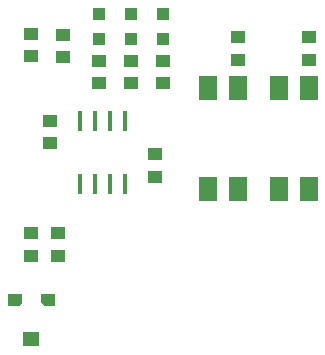
<source format=gbr>
G04 DipTrace 4.0.0.2*
G04 TopPaste.gbr*
%MOIN*%
G04 #@! TF.FileFunction,Paste,Top*
G04 #@! TF.Part,Single*
%AMOUTLINE2*
4,1,5,
-0.023619,-0.009841,
-0.023619,0.019682,
0.023619,0.019682,
0.023619,-0.019682,
-0.010498,-0.019682,
-0.023619,-0.009841,
0*%
%AMOUTLINE5*
4,1,5,
-0.023619,-0.019682,
-0.023619,0.019682,
0.023619,0.019682,
0.023619,-0.010179,
0.014116,-0.019682,
-0.023619,-0.019682,
0*%
%ADD39R,0.039364X0.039364*%
%ADD45R,0.055112X0.051175*%
%ADD47R,0.015742X0.07086*%
%ADD53R,0.059049X0.078734*%
%ADD55R,0.051175X0.043301*%
%ADD61OUTLINE2*%
%ADD64OUTLINE5*%
%FSLAX26Y26*%
G04*
G70*
G90*
G75*
G01*
G04 TopPaste*
%LPD*%
D55*
X956500Y1269000D3*
Y1343803D3*
D53*
X1231500Y1563980D3*
X1131500D3*
Y1229335D3*
X1231500D3*
D55*
Y1734059D3*
Y1659256D3*
X649906Y1742277D3*
Y1667474D3*
X544000Y1081500D3*
Y1006697D3*
X631500Y1006500D3*
Y1081303D3*
X541983Y1745723D3*
Y1670920D3*
D47*
X706500Y1244000D3*
X756500D3*
X806500D3*
X856500D3*
Y1456598D3*
X806500D3*
X756500D3*
X706500D3*
D55*
X606500Y1381500D3*
Y1456303D3*
D61*
X599118Y856992D3*
D64*
X488882D3*
D45*
X544000Y729039D3*
D53*
X1469000Y1563980D3*
X1369000D3*
Y1229335D3*
X1469000D3*
D55*
Y1734059D3*
Y1659256D3*
D39*
X769000Y1810339D3*
Y1727661D3*
D55*
Y1656402D3*
Y1581598D3*
D39*
X875251Y1810339D3*
Y1727661D3*
D55*
Y1656402D3*
Y1581598D3*
D39*
X981500Y1810339D3*
Y1727661D3*
D55*
Y1656402D3*
Y1581598D3*
M02*

</source>
